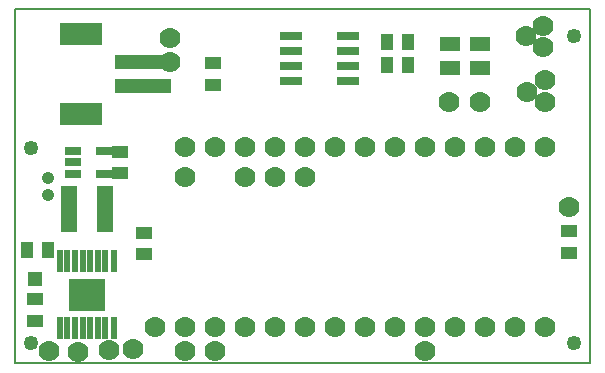
<source format=gbr>
%FSLAX23Y23*%
%MOIN*%
G04 EasyPC Gerber Version 17.0 Build 3379 *
%ADD138R,0.02400X0.07500*%
%ADD91R,0.04150X0.05724*%
%ADD137R,0.04937X0.05000*%
%ADD78R,0.05724X0.15567*%
%ADD10C,0.00500*%
%ADD77C,0.04200*%
%ADD80C,0.04937*%
%ADD82R,0.07600X0.03000*%
%ADD85R,0.05724X0.03165*%
%ADD86R,0.05724X0.04150*%
%ADD89R,0.06906X0.04937*%
%ADD90R,0.07102X0.04937*%
%ADD83R,0.19110X0.04937*%
%ADD79C,0.07000*%
%ADD81C,0.07000*%
%ADD84R,0.14386X0.07299*%
%ADD139R,0.12100X0.10700*%
X0Y0D02*
D02*
D10*
X208Y3D02*
X2123D01*
Y1183*
X208*
Y3*
D02*
D77*
X318Y620D03*
X318Y563D03*
D02*
D78*
X386Y518D03*
X508D03*
D02*
D79*
X320Y45D03*
X417Y42D03*
X522Y49D03*
X602Y51D03*
X673Y123D03*
X723Y1008D03*
Y1088D03*
X773Y43D03*
Y123D03*
Y623D03*
Y723D03*
X873Y43D03*
Y123D03*
Y723D03*
X973Y123D03*
X1073D03*
X1173D03*
X1273D03*
X1373D03*
X1473D03*
X1573Y43D03*
Y123D03*
X1653Y873D03*
X1673Y123D03*
Y723D03*
X1758Y873D03*
X1773Y123D03*
Y723D03*
X1873Y123D03*
Y723D03*
X1911Y1094D03*
X1914Y906D03*
X1968Y1056D03*
Y1129D03*
X1973Y123D03*
Y723D03*
Y873D03*
Y946D03*
X2053Y524D03*
D02*
D80*
X260Y70D03*
Y720D03*
X2071Y1094D03*
X2071Y70D03*
D02*
D81*
X973Y623D03*
Y723D03*
X1073Y623D03*
Y723D03*
X1173Y623D03*
Y723D03*
X1273D03*
X1373D03*
X1473D03*
X1573D03*
D02*
D82*
X1128Y943D03*
Y993D03*
Y1043D03*
Y1093D03*
X1318Y943D03*
Y993D03*
Y1043D03*
Y1093D03*
D02*
D83*
X634Y928D03*
Y1007D03*
D02*
D84*
X429Y834D03*
Y1101D03*
D02*
D85*
X402Y635D03*
Y673D03*
Y710D03*
X504Y635D03*
Y710D03*
D02*
D86*
X275Y145D03*
Y216D03*
X558Y637D03*
Y708D03*
X636Y366D03*
Y437D03*
X868Y932D03*
Y1003D03*
X2054Y372D03*
Y443D03*
D02*
D89*
X1658Y988D03*
X1757D03*
D02*
D90*
X1658Y1066D03*
X1757D03*
D02*
D91*
X247Y380D03*
X317D03*
X1448Y998D03*
Y1073D03*
X1519Y998D03*
Y1073D03*
D02*
D137*
X275Y284D03*
D02*
D138*
X356Y121D03*
Y343D03*
X382Y121D03*
Y343D03*
X407Y121D03*
Y343D03*
X433Y121D03*
Y343D03*
X459Y121D03*
Y343D03*
X484Y121D03*
Y343D03*
X509Y121D03*
Y343D03*
X536Y121D03*
Y343D03*
D02*
D139*
X446Y232D03*
X0Y0D02*
M02*

</source>
